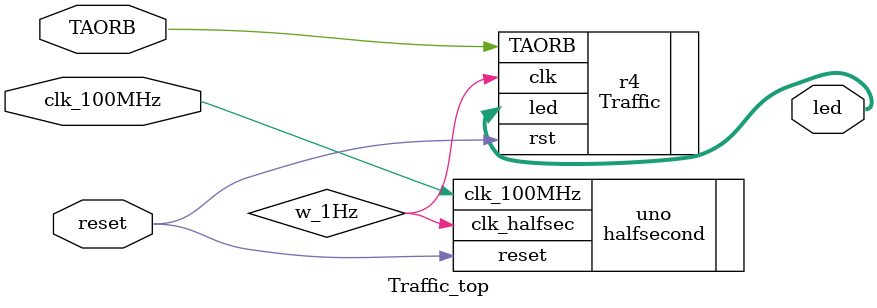
<source format=sv>
`timescale 1ns / 1ps

module Traffic_top(
    input logic clk_100MHz,
    input logic TAORB, // traffic on A
//    input logic TB, // traffic on B
    input logic reset, // should be zero for normal operation
    output logic [5:0] led
    );
    
    wire w_1Hz;
    
    Traffic r4(
        .clk(w_1Hz),
        .rst(reset),
        .TAORB (TAORB), // traffic on A or B
//        .TB (TB), // traffic on B
        .led (led)//light bits 
    );
    
    
     halfsecond uno(
         .clk_100MHz(clk_100MHz),
         .reset(reset),
         .clk_halfsec(w_1Hz)
     );
    
    // oneHz_gen uno(
    //     .clk_100MHz(clk_100MHz),
    //     .reset(reset),
    //     .clk_1Hz(w_1Hz)
    // );
     
endmodule

</source>
